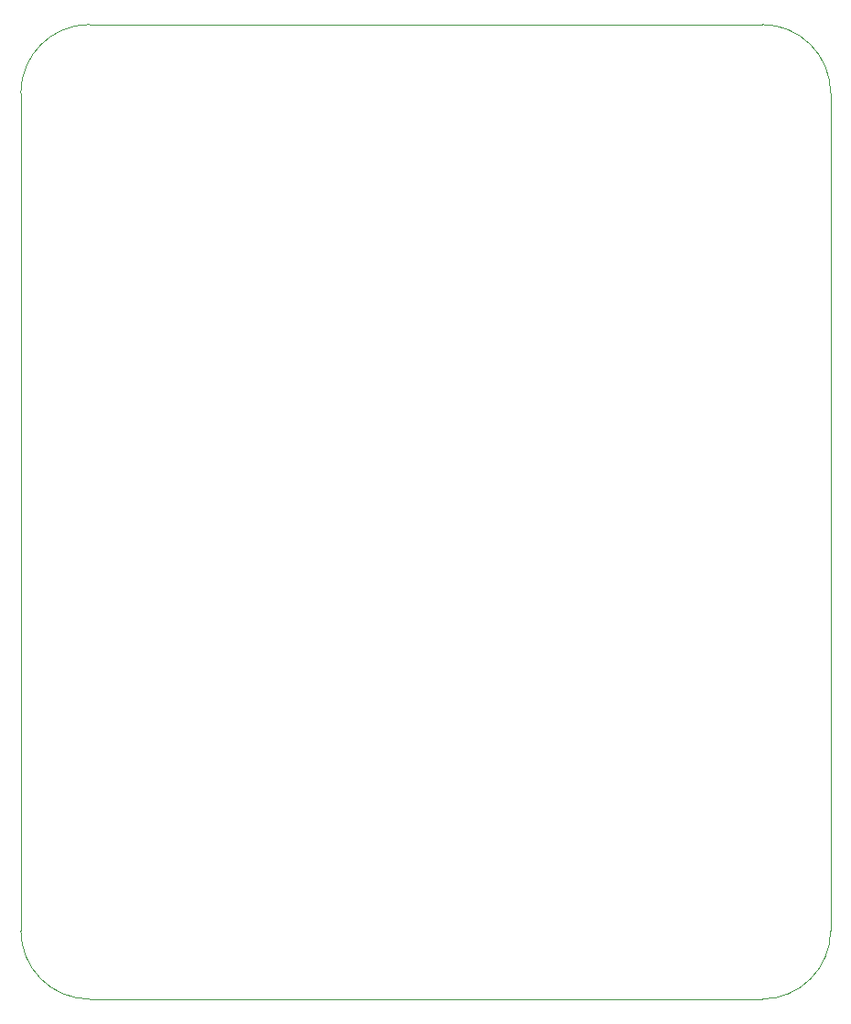
<source format=gm1>
%TF.GenerationSoftware,KiCad,Pcbnew,(6.0.9)*%
%TF.CreationDate,2025-05-26T15:32:57-04:00*%
%TF.ProjectId,Seven Segment Display,53657665-6e20-4536-9567-6d656e742044,1*%
%TF.SameCoordinates,Original*%
%TF.FileFunction,Profile,NP*%
%FSLAX46Y46*%
G04 Gerber Fmt 4.6, Leading zero omitted, Abs format (unit mm)*
G04 Created by KiCad (PCBNEW (6.0.9)) date 2025-05-26 15:32:57*
%MOMM*%
%LPD*%
G01*
G04 APERTURE LIST*
%TA.AperFunction,Profile*%
%ADD10C,0.100000*%
%TD*%
G04 APERTURE END LIST*
D10*
X54610000Y-43180000D02*
G75*
G03*
X48260000Y-49530000I0J-6350000D01*
G01*
X48260000Y-127000000D02*
G75*
G03*
X54610000Y-133350000I6350000J0D01*
G01*
X116840000Y-133350000D02*
G75*
G03*
X123190000Y-127000000I0J6350000D01*
G01*
X123190000Y-49530000D02*
X123190000Y-127000000D01*
X123190000Y-49530000D02*
G75*
G03*
X116840000Y-43180000I-6350000J0D01*
G01*
X54610000Y-43180000D02*
X116840000Y-43180000D01*
X48260000Y-127000000D02*
X48260000Y-49530000D01*
X116840000Y-133350000D02*
X54610000Y-133350000D01*
M02*

</source>
